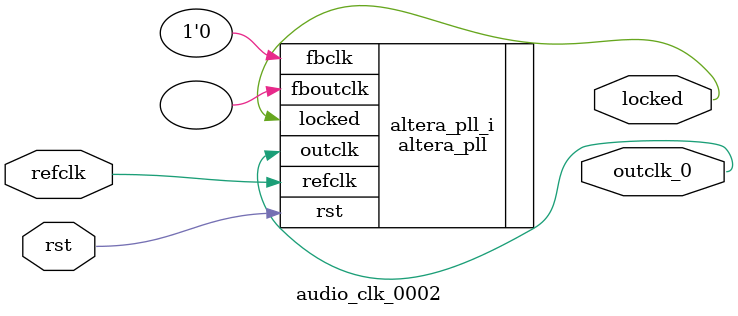
<source format=v>
`timescale 1ns/10ps
module  audio_clk_0002(

	// interface 'refclk'
	input wire refclk,

	// interface 'reset'
	input wire rst,

	// interface 'outclk0'
	output wire outclk_0,

	// interface 'locked'
	output wire locked
);

	altera_pll #(
		.fractional_vco_multiplier("true"),
		.reference_clock_frequency("50.0 MHz"),
		.operation_mode("direct"),
		.number_of_clocks(1),
		.output_clock_frequency0("18.432000 MHz"),
		.phase_shift0("0 ps"),
		.duty_cycle0(50),
		.output_clock_frequency1("0 MHz"),
		.phase_shift1("0 ps"),
		.duty_cycle1(50),
		.output_clock_frequency2("0 MHz"),
		.phase_shift2("0 ps"),
		.duty_cycle2(50),
		.output_clock_frequency3("0 MHz"),
		.phase_shift3("0 ps"),
		.duty_cycle3(50),
		.output_clock_frequency4("0 MHz"),
		.phase_shift4("0 ps"),
		.duty_cycle4(50),
		.output_clock_frequency5("0 MHz"),
		.phase_shift5("0 ps"),
		.duty_cycle5(50),
		.output_clock_frequency6("0 MHz"),
		.phase_shift6("0 ps"),
		.duty_cycle6(50),
		.output_clock_frequency7("0 MHz"),
		.phase_shift7("0 ps"),
		.duty_cycle7(50),
		.output_clock_frequency8("0 MHz"),
		.phase_shift8("0 ps"),
		.duty_cycle8(50),
		.output_clock_frequency9("0 MHz"),
		.phase_shift9("0 ps"),
		.duty_cycle9(50),
		.output_clock_frequency10("0 MHz"),
		.phase_shift10("0 ps"),
		.duty_cycle10(50),
		.output_clock_frequency11("0 MHz"),
		.phase_shift11("0 ps"),
		.duty_cycle11(50),
		.output_clock_frequency12("0 MHz"),
		.phase_shift12("0 ps"),
		.duty_cycle12(50),
		.output_clock_frequency13("0 MHz"),
		.phase_shift13("0 ps"),
		.duty_cycle13(50),
		.output_clock_frequency14("0 MHz"),
		.phase_shift14("0 ps"),
		.duty_cycle14(50),
		.output_clock_frequency15("0 MHz"),
		.phase_shift15("0 ps"),
		.duty_cycle15(50),
		.output_clock_frequency16("0 MHz"),
		.phase_shift16("0 ps"),
		.duty_cycle16(50),
		.output_clock_frequency17("0 MHz"),
		.phase_shift17("0 ps"),
		.duty_cycle17(50),
		.pll_type("General"),
		.pll_subtype("General")
	) altera_pll_i (
		.rst	(rst),
		.outclk	({outclk_0}),
		.locked	(locked),
		.fboutclk	( ),
		.fbclk	(1'b0),
		.refclk	(refclk)
	);
endmodule


</source>
